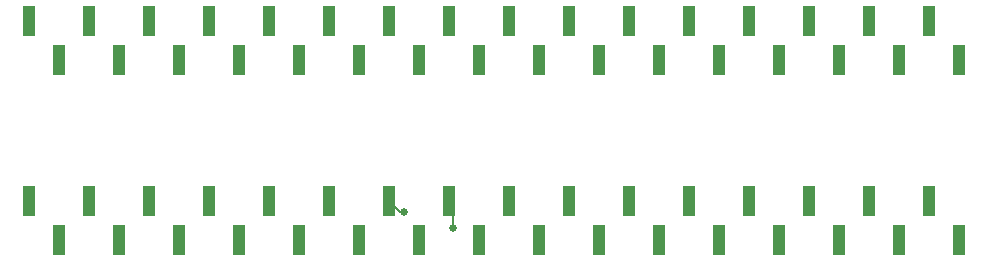
<source format=gbr>
G04 #@! TF.FileFunction,Copper,L2,Bot,Signal*
%FSLAX46Y46*%
G04 Gerber Fmt 4.6, Leading zero omitted, Abs format (unit mm)*
G04 Created by KiCad (PCBNEW 4.0.7) date 02/22/18 18:04:52*
%MOMM*%
%LPD*%
G01*
G04 APERTURE LIST*
%ADD10C,0.100000*%
%ADD11R,1.000000X2.510000*%
%ADD12C,0.635000*%
%ADD13C,0.203200*%
G04 APERTURE END LIST*
D10*
D11*
X115824000Y-100584000D03*
X120904000Y-100584000D03*
X125984000Y-100584000D03*
X131064000Y-100584000D03*
X136144000Y-100584000D03*
X141224000Y-100584000D03*
X146304000Y-100584000D03*
X151384000Y-100584000D03*
X156464000Y-100584000D03*
X161544000Y-100584000D03*
X166624000Y-100584000D03*
X171704000Y-100584000D03*
X176784000Y-100584000D03*
X181864000Y-100584000D03*
X186944000Y-100584000D03*
X192024000Y-100584000D03*
X118364000Y-103894000D03*
X123444000Y-103894000D03*
X128524000Y-103894000D03*
X133604000Y-103894000D03*
X138684000Y-103894000D03*
X143764000Y-103894000D03*
X148844000Y-103894000D03*
X153924000Y-103894000D03*
X159004000Y-103894000D03*
X164084000Y-103894000D03*
X169164000Y-103894000D03*
X174244000Y-103894000D03*
X179324000Y-103894000D03*
X184404000Y-103894000D03*
X189484000Y-103894000D03*
X194564000Y-103894000D03*
X115824000Y-85344000D03*
X120904000Y-85344000D03*
X125984000Y-85344000D03*
X131064000Y-85344000D03*
X136144000Y-85344000D03*
X141224000Y-85344000D03*
X146304000Y-85344000D03*
X151384000Y-85344000D03*
X156464000Y-85344000D03*
X161544000Y-85344000D03*
X166624000Y-85344000D03*
X171704000Y-85344000D03*
X176784000Y-85344000D03*
X181864000Y-85344000D03*
X186944000Y-85344000D03*
X192024000Y-85344000D03*
X118364000Y-88654000D03*
X123444000Y-88654000D03*
X128524000Y-88654000D03*
X133604000Y-88654000D03*
X138684000Y-88654000D03*
X143764000Y-88654000D03*
X148844000Y-88654000D03*
X153924000Y-88654000D03*
X159004000Y-88654000D03*
X164084000Y-88654000D03*
X169164000Y-88654000D03*
X174244000Y-88654000D03*
X179324000Y-88654000D03*
X184404000Y-88654000D03*
X189484000Y-88654000D03*
X194564000Y-88654000D03*
D12*
X115824000Y-100584000D03*
X118364000Y-103894000D03*
X120904000Y-100584000D03*
X123444000Y-103894000D03*
X125984000Y-100584000D03*
X128524000Y-103894000D03*
X131064000Y-100584000D03*
X133604000Y-103894000D03*
X136065148Y-100539008D03*
X138684000Y-103894000D03*
X141228917Y-100515536D03*
X143669971Y-103918929D03*
X147505013Y-101509130D03*
X148846723Y-103899671D03*
X151655084Y-102912385D03*
X153912684Y-103752981D03*
X133604000Y-88654000D03*
X131064000Y-85344000D03*
D13*
X147505013Y-101509130D02*
X147229130Y-101509130D01*
X147229130Y-101509130D02*
X146304000Y-100584000D01*
X151655084Y-102912385D02*
X151655084Y-100855084D01*
X151655084Y-100855084D02*
X151384000Y-100584000D01*
X154017600Y-88747600D02*
X153924000Y-88654000D01*
X151384000Y-85344000D02*
X151384000Y-86099000D01*
X146558000Y-85598000D02*
X146304000Y-85344000D01*
X143908400Y-88654000D02*
X143764000Y-88654000D01*
X141224000Y-86182200D02*
X141224000Y-85344000D01*
M02*

</source>
